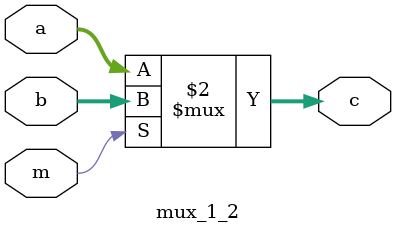
<source format=v>
`timescale 1ns / 1ps


module mux_1_2(
input [31:0] a,
input [31:0] b,
input m,
output [31:0] c
);

assign c=(m==1)?b:a;//1-2Â·Ñ¡ÔñÆ÷

endmodule
</source>
